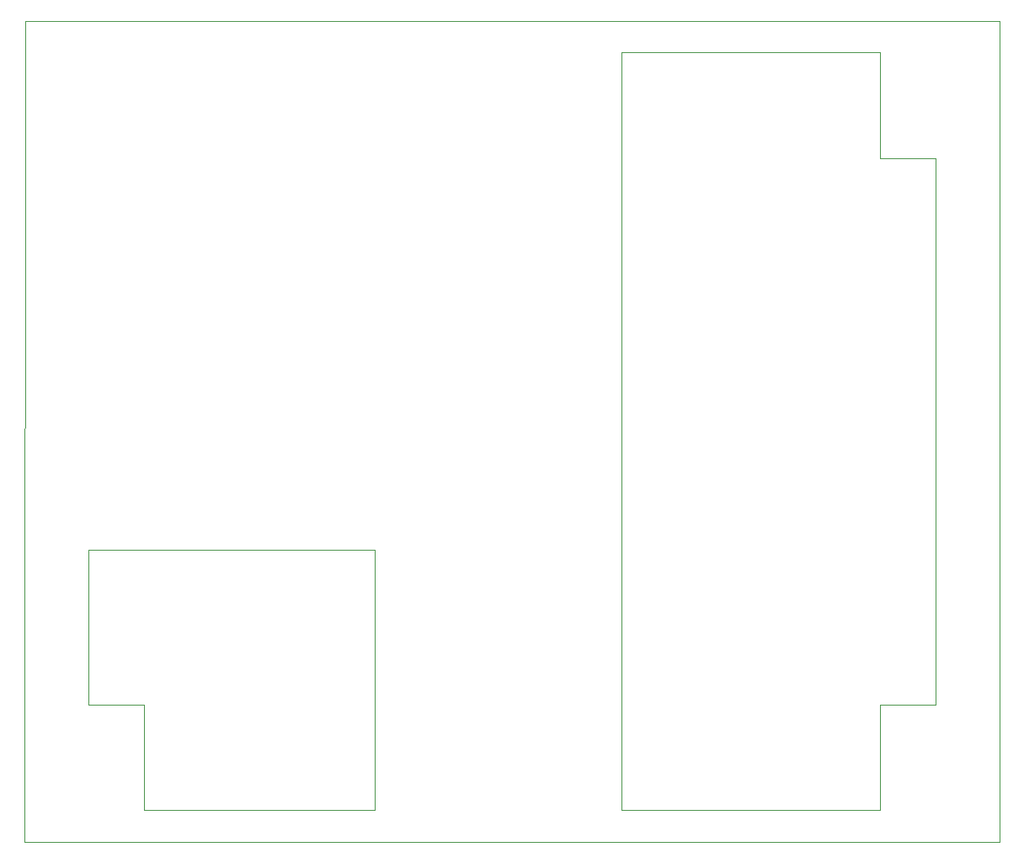
<source format=gbr>
G04 #@! TF.GenerationSoftware,KiCad,Pcbnew,(5.1.2)-2*
G04 #@! TF.CreationDate,2021-08-28T01:22:08-04:00*
G04 #@! TF.ProjectId,MAG_Plus,4d41475f-506c-4757-932e-6b696361645f,rev?*
G04 #@! TF.SameCoordinates,Original*
G04 #@! TF.FileFunction,Profile,NP*
%FSLAX46Y46*%
G04 Gerber Fmt 4.6, Leading zero omitted, Abs format (unit mm)*
G04 Created by KiCad (PCBNEW (5.1.2)-2) date 2021-08-28 01:22:08*
%MOMM*%
%LPD*%
G04 APERTURE LIST*
%ADD10C,0.050000*%
G04 APERTURE END LIST*
D10*
X234000000Y-115400000D02*
X208000000Y-115400000D01*
X234010000Y-104800000D02*
X234000000Y-115400000D01*
X239600000Y-104800000D02*
X234010000Y-104800000D01*
X239600000Y-49800000D02*
X239600000Y-104800000D01*
X234000000Y-49800000D02*
X239600000Y-49800000D01*
X234000000Y-39200000D02*
X234000000Y-49800000D01*
X208000000Y-39200000D02*
X234000000Y-39200000D01*
X208000000Y-115400000D02*
X208000000Y-39200000D01*
X183220000Y-115400000D02*
X183240000Y-89200000D01*
X160000000Y-115400000D02*
X183220000Y-115400000D01*
X160000000Y-104800000D02*
X160000000Y-115400000D01*
X154420000Y-104800000D02*
X160000000Y-104800000D01*
X154440000Y-89200000D02*
X154420000Y-104800000D01*
X183240000Y-89200000D02*
X154440000Y-89200000D01*
X246000000Y-36000000D02*
X148100000Y-36000000D01*
X246000000Y-118600000D02*
X246000000Y-36000000D01*
X148000000Y-118600000D02*
X246000000Y-118600000D01*
X148100000Y-36000000D02*
X148000000Y-118600000D01*
M02*

</source>
